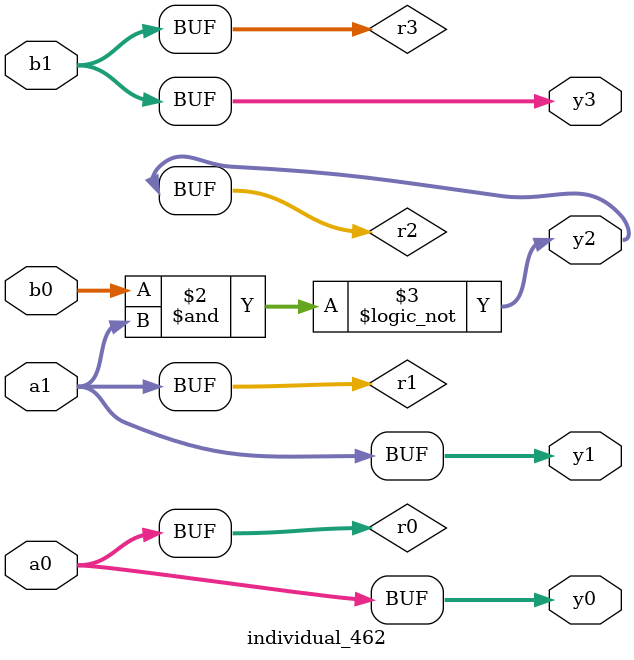
<source format=sv>
module individual_462(input logic [15:0] a1, input logic [15:0] a0, input logic [15:0] b1, input logic [15:0] b0, output logic [15:0] y3, output logic [15:0] y2, output logic [15:0] y1, output logic [15:0] y0);
logic [15:0] r0, r1, r2, r3; 
 always@(*) begin 
	 r0 = a0; r1 = a1; r2 = b0; r3 = b1; 
 	 r2  &=  a1 ;
 	 r2 = ! r2 ;
 	 y3 = r3; y2 = r2; y1 = r1; y0 = r0; 
end
endmodule
</source>
